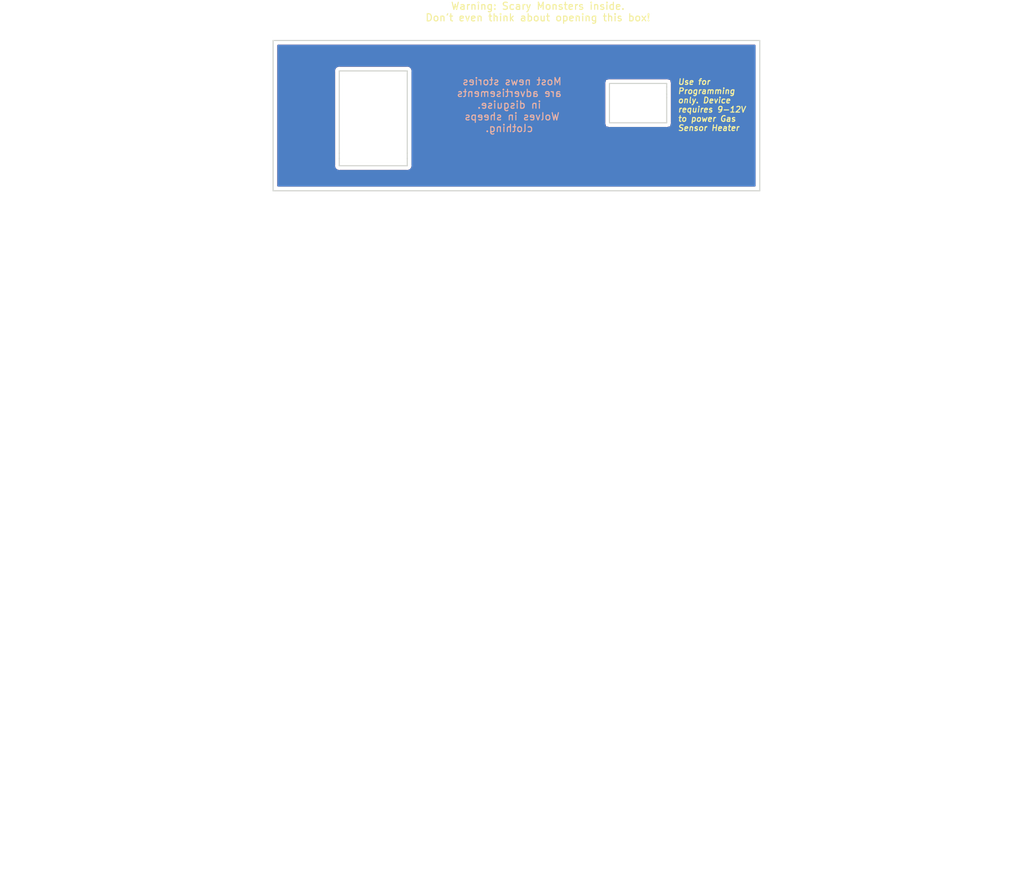
<source format=kicad_pcb>
(kicad_pcb (version 20171130) (host pcbnew 5.0.0-rc2)

  (general
    (thickness 1.6)
    (drawings 27)
    (tracks 0)
    (zones 0)
    (modules 0)
    (nets 1)
  )

  (page USLetter)
  (title_block
    (title "Project Title")
  )

  (layers
    (0 F.Cu signal)
    (31 B.Cu signal)
    (34 B.Paste user)
    (35 F.Paste user)
    (36 B.SilkS user)
    (37 F.SilkS user)
    (38 B.Mask user)
    (39 F.Mask user)
    (40 Dwgs.User user)
    (44 Edge.Cuts user)
    (46 B.CrtYd user)
    (47 F.CrtYd user)
    (48 B.Fab user)
    (49 F.Fab user)
  )

  (setup
    (last_trace_width 0.254)
    (user_trace_width 0.1524)
    (user_trace_width 0.254)
    (user_trace_width 0.3302)
    (user_trace_width 0.508)
    (user_trace_width 0.762)
    (user_trace_width 1.27)
    (trace_clearance 0.254)
    (zone_clearance 0.508)
    (zone_45_only no)
    (trace_min 0.1524)
    (segment_width 0.1524)
    (edge_width 0.1524)
    (via_size 0.6858)
    (via_drill 0.3302)
    (via_min_size 0.6858)
    (via_min_drill 0.3302)
    (user_via 0.6858 0.3302)
    (user_via 0.762 0.4064)
    (user_via 0.8636 0.508)
    (uvia_size 0.6858)
    (uvia_drill 0.3302)
    (uvias_allowed no)
    (uvia_min_size 0)
    (uvia_min_drill 0)
    (pcb_text_width 0.1524)
    (pcb_text_size 1.016 1.016)
    (mod_edge_width 0.1524)
    (mod_text_size 1.016 1.016)
    (mod_text_width 0.1524)
    (pad_size 1.524 1.524)
    (pad_drill 0.762)
    (pad_to_mask_clearance 0.0762)
    (solder_mask_min_width 0.1016)
    (pad_to_paste_clearance -0.0762)
    (aux_axis_origin 0 0)
    (visible_elements 7FFFFFFF)
    (pcbplotparams
      (layerselection 0x310fc_ffffffff)
      (usegerberextensions true)
      (usegerberattributes false)
      (usegerberadvancedattributes false)
      (creategerberjobfile false)
      (excludeedgelayer true)
      (linewidth 0.100000)
      (plotframeref false)
      (viasonmask false)
      (mode 1)
      (useauxorigin false)
      (hpglpennumber 1)
      (hpglpenspeed 20)
      (hpglpendiameter 15)
      (psnegative false)
      (psa4output false)
      (plotreference true)
      (plotvalue true)
      (plotinvisibletext false)
      (padsonsilk false)
      (subtractmaskfromsilk false)
      (outputformat 1)
      (mirror false)
      (drillshape 0)
      (scaleselection 1)
      (outputdirectory gerbers/))
  )

  (net 0 "")

  (net_class Default "This is the default net class."
    (clearance 0.254)
    (trace_width 0.254)
    (via_dia 0.6858)
    (via_drill 0.3302)
    (uvia_dia 0.6858)
    (uvia_drill 0.3302)
  )

  (gr_line (start 69.25 95.5) (end 69.25 96.5) (layer Edge.Cuts) (width 0.1524))
  (gr_line (start 78.75 96.5) (end 78.75 95.5) (layer Edge.Cuts) (width 0.1524))
  (gr_line (start 69.25 95.5) (end 69.25 94.75) (layer Edge.Cuts) (width 0.1524))
  (gr_line (start 78.75 96.5) (end 69.25 96.5) (layer Edge.Cuts) (width 0.1524))
  (gr_line (start 78.75 94.75) (end 78.75 95.5) (layer Edge.Cuts) (width 0.1524))
  (gr_line (start 107 86.5) (end 107 90.5) (layer Edge.Cuts) (width 0.1524))
  (gr_line (start 115 87) (end 115 90.5) (layer Edge.Cuts) (width 0.1524))
  (gr_line (start 107 90.5) (end 115 90.5) (layer Edge.Cuts) (width 0.1524))
  (gr_line (start 107 85) (end 107 85.5) (layer Edge.Cuts) (width 0.1524))
  (gr_line (start 115 85) (end 107 85) (layer Edge.Cuts) (width 0.1524))
  (gr_line (start 115 85.5) (end 115 85) (layer Edge.Cuts) (width 0.1524))
  (gr_line (start 115 86.5) (end 115 85.5) (layer Edge.Cuts) (width 0.1524))
  (gr_line (start 107 85.5) (end 107 86.5) (layer Edge.Cuts) (width 0.1524))
  (gr_text "Most news stories \nare advertisements\nin disguise.\nWolves in sheeps \nclothing." (at 93 88) (layer B.SilkS)
    (effects (font (size 1.016 1.016) (thickness 0.1524)) (justify mirror))
  )
  (gr_line (start 78.75 83.25) (end 69.25 83.25) (layer Edge.Cuts) (width 0.1524))
  (gr_line (start 78.75 94.75) (end 78.75 83.25) (layer Edge.Cuts) (width 0.1524))
  (gr_line (start 69.25 83.25) (end 69.25 94.75) (layer Edge.Cuts) (width 0.1524))
  (gr_text "Warning: Scary Monsters inside.\nDon't even think about opening this box!" (at 97 75) (layer F.SilkS)
    (effects (font (size 1 1) (thickness 0.1524)))
  )
  (gr_text "Use for \nProgramming\nonly. Device \nrequires 9-12V \nto power Gas \nSensor Heater" (at 116.5 88) (layer F.SilkS) (tstamp 5CF60329)
    (effects (font (size 0.8 0.8) (thickness 0.1524) italic) (justify left))
  )
  (gr_text USB (at 111 82.5) (layer F.Mask) (tstamp 5CF60287)
    (effects (font (size 2 2) (thickness 0.4) italic))
  )
  (gr_text 9-12VDC (at 74 81.5) (layer F.Mask)
    (effects (font (size 2 2) (thickness 0.5) italic))
  )
  (gr_line (start 115 86.5) (end 115 87) (layer Edge.Cuts) (width 0.1524))
  (gr_line (start 128 100) (end 60 100) (layer Edge.Cuts) (width 0.1524))
  (gr_line (start 128 79) (end 128 100) (layer Edge.Cuts) (width 0.1524))
  (gr_line (start 60 79) (end 128 79) (layer Edge.Cuts) (width 0.1524))
  (gr_line (start 60 100) (end 60 79) (layer Edge.Cuts) (width 0.1524))
  (gr_text "FABRICATION NOTES\n\n1. THIS IS A 2 LAYER BOARD. \n2. EXTERNAL LAYERS SHALL HAVE 1 OZ COPPER.\n3. MATERIAL: FR4 AND 0.062 INCH +/- 10% THICK.\n4. BOARDS SHALL BE ROHS COMPLIANT. \n5. MANUFACTURE IN ACCORDANCE WITH IPC-6012 CLASS 2\n6. MASK: BOTH SIDES OF THE BOARD SHALL HAVE \n   SOLDER MASK (ANY COLOR) OVER BARE COPPER. \n7. SILK: BOTH SIDES OF THE BOARD SHALL HAVE \n   WHITE SILKSCREEN. DO NOT PLACE SILK OVER BARE COPPER.\n8. FINISH: ENIG.\n9. MINIMUM TRACE WIDTH - 0.006 INCH.\n   MINIMUM SPACE - 0.006 INCH.\n   MINIMUM HOLE DIA - 0.013 INCH. \n10. MAX HOLE PLACEMENT TOLERANCE OF +/- 0.003 INCH.\n11. MAX HOLE DIAMETER TOLERANCE OF +/- 0.003 INCH AFTER PLATING." (at 21.844 161.544) (layer Dwgs.User)
    (effects (font (size 2.54 2.54) (thickness 0.254)) (justify left))
  )

  (zone (net 0) (net_name "") (layer F.Cu) (tstamp 0) (hatch edge 0.508)
    (connect_pads (clearance 0.508))
    (min_thickness 0.254)
    (fill yes (arc_segments 16) (thermal_gap 0.508) (thermal_bridge_width 0.508))
    (polygon
      (pts
        (xy 60.5 79.5) (xy 60.5 99.5) (xy 127.5 99.5) (xy 127.5 79.5)
      )
    )
    (filled_polygon
      (pts
        (xy 127.288801 99.2888) (xy 60.711199 99.2888) (xy 60.711199 83.25) (xy 68.524867 83.25) (xy 68.5388 83.320046)
        (xy 68.538801 94.679954) (xy 68.5388 95.429954) (xy 68.5388 95.429955) (xy 68.538801 96.429949) (xy 68.524867 96.5)
        (xy 68.580064 96.777496) (xy 68.737254 97.012746) (xy 68.972504 97.169936) (xy 69.179954 97.2112) (xy 69.25 97.225133)
        (xy 69.320045 97.2112) (xy 78.679955 97.2112) (xy 78.75 97.225133) (xy 78.820046 97.2112) (xy 79.027496 97.169936)
        (xy 79.262746 97.012746) (xy 79.419936 96.777496) (xy 79.475133 96.5) (xy 79.461199 96.429949) (xy 79.4612 95.429955)
        (xy 79.4612 95.429954) (xy 79.461199 94.679954) (xy 79.461199 85) (xy 106.274867 85) (xy 106.2888 85.070048)
        (xy 106.288801 85.429951) (xy 106.2888 85.429955) (xy 106.288801 86.429951) (xy 106.2888 86.429955) (xy 106.288801 90.429949)
        (xy 106.274867 90.5) (xy 106.330064 90.777496) (xy 106.373 90.841754) (xy 106.373 91) (xy 106.382667 91.048601)
        (xy 106.410197 91.089803) (xy 106.451399 91.117333) (xy 106.5 91.127) (xy 106.658246 91.127) (xy 106.722504 91.169936)
        (xy 106.929954 91.2112) (xy 107 91.225133) (xy 107.070045 91.2112) (xy 114.929954 91.2112) (xy 115 91.225133)
        (xy 115.070045 91.2112) (xy 115.070046 91.2112) (xy 115.277496 91.169936) (xy 115.341754 91.127) (xy 115.5 91.127)
        (xy 115.548601 91.117333) (xy 115.589803 91.089803) (xy 115.617333 91.048601) (xy 115.627 91) (xy 115.627 90.841754)
        (xy 115.669936 90.777496) (xy 115.725133 90.5) (xy 115.7112 90.429953) (xy 115.711199 87.07005) (xy 115.7112 87.070045)
        (xy 115.711199 86.429954) (xy 115.7112 85.429955) (xy 115.711199 85.429951) (xy 115.7112 85.070048) (xy 115.725133 85)
        (xy 115.669936 84.722504) (xy 115.627 84.658246) (xy 115.627 84.5) (xy 115.617333 84.451399) (xy 115.589803 84.410197)
        (xy 115.548601 84.382667) (xy 115.5 84.373) (xy 115.341754 84.373) (xy 115.277496 84.330064) (xy 115.070046 84.2888)
        (xy 115.070045 84.2888) (xy 115 84.274867) (xy 114.929954 84.2888) (xy 107.070046 84.2888) (xy 107 84.274867)
        (xy 106.929955 84.2888) (xy 106.929954 84.2888) (xy 106.722504 84.330064) (xy 106.658246 84.373) (xy 106.5 84.373)
        (xy 106.451399 84.382667) (xy 106.410197 84.410197) (xy 106.382667 84.451399) (xy 106.373 84.5) (xy 106.373 84.658246)
        (xy 106.330064 84.722504) (xy 106.274867 85) (xy 79.461199 85) (xy 79.4612 83.320046) (xy 79.475133 83.25)
        (xy 79.419936 82.972504) (xy 79.262746 82.737254) (xy 79.027496 82.580064) (xy 78.820046 82.5388) (xy 78.820045 82.5388)
        (xy 78.75 82.524867) (xy 78.679954 82.5388) (xy 69.320046 82.5388) (xy 69.25 82.524867) (xy 69.179955 82.5388)
        (xy 69.179954 82.5388) (xy 68.972504 82.580064) (xy 68.737254 82.737254) (xy 68.580064 82.972504) (xy 68.524867 83.25)
        (xy 60.711199 83.25) (xy 60.7112 79.7112) (xy 127.2888 79.7112)
      )
    )
  )
  (zone (net 0) (net_name "") (layer B.Cu) (tstamp 5CF60312) (hatch edge 0.508)
    (connect_pads (clearance 0.508))
    (min_thickness 0.254)
    (fill yes (arc_segments 16) (thermal_gap 0.508) (thermal_bridge_width 0.508))
    (polygon
      (pts
        (xy 60.494746 79.5) (xy 60.494746 99.5) (xy 127.494746 99.5) (xy 127.494746 79.5)
      )
    )
    (filled_polygon
      (pts
        (xy 127.288801 99.2888) (xy 60.711199 99.2888) (xy 60.711199 83.25) (xy 68.524867 83.25) (xy 68.5388 83.320046)
        (xy 68.538801 94.679954) (xy 68.5388 95.429954) (xy 68.5388 95.429955) (xy 68.538801 96.429949) (xy 68.524867 96.5)
        (xy 68.580064 96.777496) (xy 68.737254 97.012746) (xy 68.972504 97.169936) (xy 69.179954 97.2112) (xy 69.25 97.225133)
        (xy 69.320045 97.2112) (xy 78.679955 97.2112) (xy 78.75 97.225133) (xy 78.820046 97.2112) (xy 79.027496 97.169936)
        (xy 79.262746 97.012746) (xy 79.419936 96.777496) (xy 79.475133 96.5) (xy 79.461199 96.429949) (xy 79.4612 95.429955)
        (xy 79.4612 95.429954) (xy 79.461199 94.679954) (xy 79.461199 85) (xy 106.274867 85) (xy 106.2888 85.070048)
        (xy 106.288801 85.429951) (xy 106.2888 85.429955) (xy 106.288801 86.429951) (xy 106.2888 86.429955) (xy 106.288801 90.429949)
        (xy 106.274867 90.5) (xy 106.330064 90.777496) (xy 106.373 90.841754) (xy 106.373 91) (xy 106.382667 91.048601)
        (xy 106.410197 91.089803) (xy 106.451399 91.117333) (xy 106.5 91.127) (xy 106.658246 91.127) (xy 106.722504 91.169936)
        (xy 106.929954 91.2112) (xy 107 91.225133) (xy 107.070045 91.2112) (xy 114.929954 91.2112) (xy 115 91.225133)
        (xy 115.070045 91.2112) (xy 115.070046 91.2112) (xy 115.277496 91.169936) (xy 115.341754 91.127) (xy 115.5 91.127)
        (xy 115.548601 91.117333) (xy 115.589803 91.089803) (xy 115.617333 91.048601) (xy 115.627 91) (xy 115.627 90.841754)
        (xy 115.669936 90.777496) (xy 115.725133 90.5) (xy 115.7112 90.429953) (xy 115.711199 87.07005) (xy 115.7112 87.070045)
        (xy 115.711199 86.429954) (xy 115.7112 85.429955) (xy 115.711199 85.429951) (xy 115.7112 85.070048) (xy 115.725133 85)
        (xy 115.669936 84.722504) (xy 115.627 84.658246) (xy 115.627 84.5) (xy 115.617333 84.451399) (xy 115.589803 84.410197)
        (xy 115.548601 84.382667) (xy 115.5 84.373) (xy 115.341754 84.373) (xy 115.277496 84.330064) (xy 115.070046 84.2888)
        (xy 115.070045 84.2888) (xy 115 84.274867) (xy 114.929954 84.2888) (xy 107.070046 84.2888) (xy 107 84.274867)
        (xy 106.929955 84.2888) (xy 106.929954 84.2888) (xy 106.722504 84.330064) (xy 106.658246 84.373) (xy 106.5 84.373)
        (xy 106.451399 84.382667) (xy 106.410197 84.410197) (xy 106.382667 84.451399) (xy 106.373 84.5) (xy 106.373 84.658246)
        (xy 106.330064 84.722504) (xy 106.274867 85) (xy 79.461199 85) (xy 79.4612 83.320046) (xy 79.475133 83.25)
        (xy 79.419936 82.972504) (xy 79.262746 82.737254) (xy 79.027496 82.580064) (xy 78.820046 82.5388) (xy 78.820045 82.5388)
        (xy 78.75 82.524867) (xy 78.679954 82.5388) (xy 69.320046 82.5388) (xy 69.25 82.524867) (xy 69.179955 82.5388)
        (xy 69.179954 82.5388) (xy 68.972504 82.580064) (xy 68.737254 82.737254) (xy 68.580064 82.972504) (xy 68.524867 83.25)
        (xy 60.711199 83.25) (xy 60.7112 79.7112) (xy 127.2888 79.7112)
      )
    )
  )
  (zone (net 0) (net_name "") (layers F&B.Cu) (tstamp 0) (hatch edge 0.508)
    (connect_pads (clearance 0.508))
    (min_thickness 0.254)
    (keepout (tracks not_allowed) (vias not_allowed) (copperpour not_allowed))
    (fill (arc_segments 16) (thermal_gap 0.508) (thermal_bridge_width 0.508))
    (polygon
      (pts
        (xy 106.5 84.5) (xy 106.5 91) (xy 115.5 91) (xy 115.5 84.5)
      )
    )
  )
  (zone (net 0) (net_name "") (layers F&B.Cu) (tstamp 0) (hatch edge 0.508)
    (connect_pads (clearance 0.508))
    (min_thickness 0.254)
    (keepout (tracks not_allowed) (vias not_allowed) (copperpour not_allowed))
    (fill (arc_segments 16) (thermal_gap 0.508) (thermal_bridge_width 0.508))
    (polygon
      (pts
        (xy 69 83) (xy 69 96.75) (xy 79 96.75) (xy 79 83)
      )
    )
  )
)

</source>
